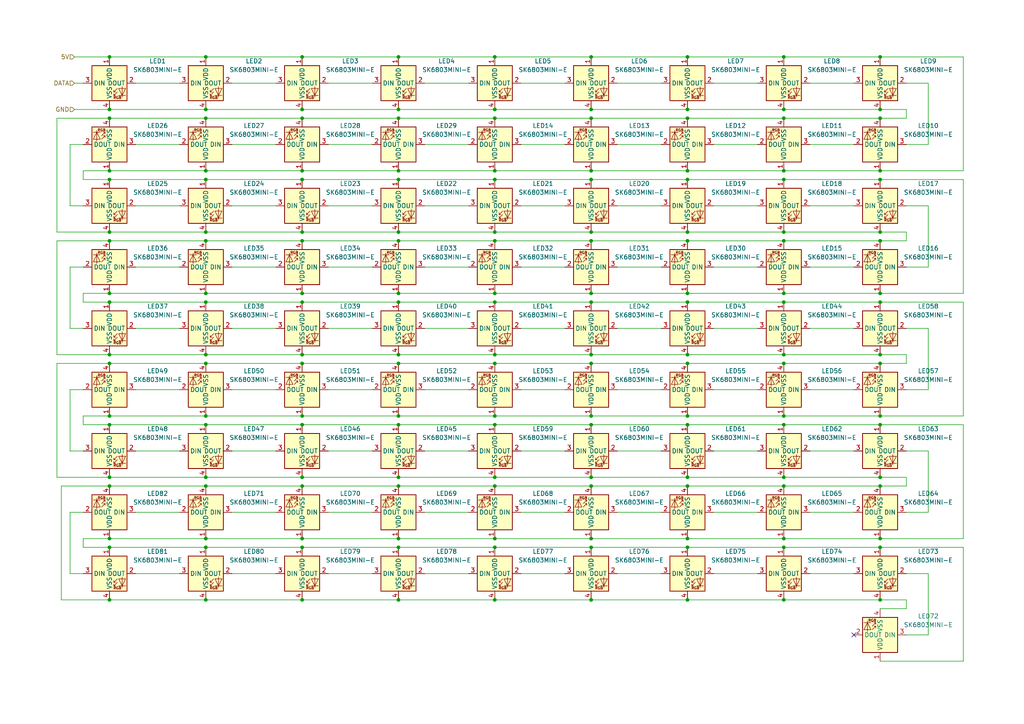
<source format=kicad_sch>
(kicad_sch (version 20250114) (generator "eeschema") (generator_version "9.0")
  (paper "A4")
  (lib_symbols
    (symbol "ggxxacpy:SK6803MINI-E"
      (property "Reference" "LED" (at 3.175 6.35 0))
      (property "Value" "SK6803MINI-E" (at 10.16 -6.985 0))
      (symbol "SK6803MINI-E_0_0"
        (text "RGB" (at 2.286 -4.191 0) (effects (font (size 0.762 0.762))))
      )
      (symbol "SK6803MINI-E_0_1"
        (rectangle (start -5.08 5.08) (end 5.08 -5.08) (stroke (width 0.254)) (fill (type background)))
        (polyline (pts (xy 1.27 -2.54) (xy 1.778 -2.54)))
        (polyline (pts (xy 1.27 -3.556) (xy 1.778 -3.556)))
        (polyline (pts (xy 2.286 -1.524) (xy 1.27 -2.54) (xy 1.27 -2.032)))
        (polyline (pts (xy 2.286 -2.54) (xy 1.27 -3.556) (xy 1.27 -3.048)))
        (polyline (pts (xy 3.683 -1.016) (xy 3.683 -3.556) (xy 3.683 -4.064)))
        (polyline (pts (xy 4.699 -1.524) (xy 2.667 -1.524) (xy 3.683 -3.556) (xy 4.699 -1.524)))
        (polyline (pts (xy 4.699 -3.556) (xy 2.667 -3.556)))
      )
      (symbol "SK6803MINI-E_1_1"
        (pin input line (at -7.62 0 0) (length 2.54) (name "DIN") (number "3"))
        (pin power_in line (at 0 7.62 270) (length 2.54) (name "VDD") (number "1"))
        (pin power_in line (at 0 -7.62 90) (length 2.54) (name "VSS") (number "4"))
        (pin output line (at 7.62 0 180) (length 2.54) (name "DOUT") (number "2"))
      )
    )
  )
  (junction (at 115.57 16.51))
  (junction (at 171.45 16.51))
  (junction (at 87.63 140.97))
  (junction (at 255.27 138.43))
  (junction (at 255.27 102.87))
  (junction (at 227.33 158.75))
  (junction (at 31.75 173.99))
  (junction (at 31.75 49.53))
  (junction (at 87.63 173.99))
  (junction (at 59.69 16.51))
  (junction (at 59.69 120.65))
  (junction (at 87.63 85.09))
  (junction (at 115.57 156.21))
  (junction (at 59.69 85.09))
  (junction (at 59.69 102.87))
  (junction (at 171.45 67.31))
  (junction (at 31.75 69.85))
  (junction (at 87.63 120.65))
  (junction (at 143.51 123.19))
  (junction (at 227.33 173.99))
  (junction (at 199.39 140.97))
  (junction (at 115.57 85.09))
  (junction (at 227.33 67.31))
  (junction (at 255.27 158.75))
  (junction (at 31.75 123.19))
  (junction (at 171.45 87.63))
  (junction (at 31.75 31.75))
  (junction (at 255.27 85.09))
  (junction (at 199.39 138.43))
  (junction (at 171.45 31.75))
  (junction (at 31.75 105.41))
  (junction (at 171.45 85.09))
  (junction (at 143.51 105.41))
  (junction (at 255.27 16.51))
  (junction (at 227.33 87.63))
  (junction (at 143.51 67.31))
  (junction (at 199.39 120.65))
  (junction (at 143.51 156.21))
  (junction (at 255.27 105.41))
  (junction (at 199.39 105.41))
  (junction (at 115.57 105.41))
  (junction (at 171.45 69.85))
  (junction (at 87.63 156.21))
  (junction (at 115.57 67.31))
  (junction (at 227.33 52.07))
  (junction (at 115.57 31.75))
  (junction (at 31.75 52.07))
  (junction (at 87.63 138.43))
  (junction (at 59.69 67.31))
  (junction (at 227.33 34.29))
  (junction (at 31.75 138.43))
  (junction (at 255.27 52.07))
  (junction (at 199.39 49.53))
  (junction (at 255.27 34.29))
  (junction (at 199.39 156.21))
  (junction (at 87.63 67.31))
  (junction (at 143.51 31.75))
  (junction (at 171.45 34.29))
  (junction (at 115.57 49.53))
  (junction (at 143.51 16.51))
  (junction (at 59.69 138.43))
  (junction (at 255.27 120.65))
  (junction (at 255.27 156.21))
  (junction (at 59.69 49.53))
  (junction (at 227.33 16.51))
  (junction (at 31.75 67.31))
  (junction (at 171.45 52.07))
  (junction (at 143.51 120.65))
  (junction (at 143.51 49.53))
  (junction (at 87.63 87.63))
  (junction (at 87.63 69.85))
  (junction (at 31.75 140.97))
  (junction (at 87.63 102.87))
  (junction (at 227.33 85.09))
  (junction (at 255.27 49.53))
  (junction (at 199.39 123.19))
  (junction (at 143.51 102.87))
  (junction (at 59.69 87.63))
  (junction (at 199.39 87.63))
  (junction (at 227.33 49.53))
  (junction (at 59.69 140.97))
  (junction (at 255.27 87.63))
  (junction (at 87.63 158.75))
  (junction (at 31.75 156.21))
  (junction (at 199.39 16.51))
  (junction (at 31.75 158.75))
  (junction (at 143.51 158.75))
  (junction (at 31.75 87.63))
  (junction (at 199.39 52.07))
  (junction (at 31.75 102.87))
  (junction (at 143.51 34.29))
  (junction (at 115.57 138.43))
  (junction (at 227.33 31.75))
  (junction (at 59.69 158.75))
  (junction (at 87.63 52.07))
  (junction (at 199.39 173.99))
  (junction (at 115.57 123.19))
  (junction (at 227.33 102.87))
  (junction (at 171.45 138.43))
  (junction (at 171.45 140.97))
  (junction (at 255.27 69.85))
  (junction (at 143.51 138.43))
  (junction (at 115.57 140.97))
  (junction (at 115.57 158.75))
  (junction (at 199.39 69.85))
  (junction (at 59.69 69.85))
  (junction (at 255.27 123.19))
  (junction (at 227.33 138.43))
  (junction (at 87.63 105.41))
  (junction (at 171.45 158.75))
  (junction (at 227.33 156.21))
  (junction (at 255.27 67.31))
  (junction (at 59.69 52.07))
  (junction (at 199.39 85.09))
  (junction (at 87.63 34.29))
  (junction (at 115.57 52.07))
  (junction (at 171.45 120.65))
  (junction (at 171.45 123.19))
  (junction (at 59.69 34.29))
  (junction (at 59.69 156.21))
  (junction (at 59.69 31.75))
  (junction (at 255.27 140.97))
  (junction (at 115.57 120.65))
  (junction (at 87.63 49.53))
  (junction (at 143.51 85.09))
  (junction (at 59.69 105.41))
  (junction (at 255.27 31.75))
  (junction (at 31.75 85.09))
  (junction (at 199.39 158.75))
  (junction (at 87.63 31.75))
  (junction (at 59.69 123.19))
  (junction (at 227.33 69.85))
  (junction (at 87.63 16.51))
  (junction (at 59.69 173.99))
  (junction (at 143.51 69.85))
  (junction (at 199.39 102.87))
  (junction (at 143.51 140.97))
  (junction (at 31.75 34.29))
  (junction (at 255.27 173.99))
  (junction (at 171.45 173.99))
  (junction (at 115.57 102.87))
  (junction (at 171.45 156.21))
  (junction (at 227.33 105.41))
  (junction (at 171.45 102.87))
  (junction (at 199.39 34.29))
  (junction (at 31.75 16.51))
  (junction (at 143.51 52.07))
  (junction (at 227.33 123.19))
  (junction (at 115.57 173.99))
  (junction (at 115.57 69.85))
  (junction (at 87.63 123.19))
  (junction (at 171.45 49.53))
  (junction (at 143.51 173.99))
  (junction (at 115.57 87.63))
  (junction (at 199.39 31.75))
  (junction (at 115.57 34.29))
  (junction (at 199.39 67.31))
  (junction (at 143.51 87.63))
  (junction (at 171.45 105.41))
  (junction (at 227.33 120.65))
  (junction (at 227.33 140.97))
  (junction (at 31.75 120.65))
  (no_connect (at 247.65 184.15))
  (wire (pts (xy 59.69 120.65) (xy 31.75 120.65)))
  (wire (pts (xy 123.19 113.03) (xy 135.89 113.03)))
  (wire (pts (xy 24.13 85.09) (xy 24.13 87.63)))
  (wire (pts (xy 171.45 102.87) (xy 199.39 102.87)))
  (wire (pts (xy 20.32 113.03) (xy 20.32 130.81)))
  (wire (pts (xy 234.95 41.91) (xy 247.65 41.91)))
  (wire (pts (xy 31.75 158.75) (xy 59.69 158.75)))
  (wire (pts (xy 179.07 59.69) (xy 191.77 59.69)))
  (wire (pts (xy 255.27 85.09) (xy 279.4 85.09)))
  (wire (pts (xy 227.33 52.07) (xy 255.27 52.07)))
  (wire (pts (xy 279.4 123.19) (xy 279.4 156.21)))
  (wire (pts (xy 59.69 158.75) (xy 87.63 158.75)))
  (wire (pts (xy 87.63 120.65) (xy 115.57 120.65)))
  (wire (pts (xy 171.45 140.97) (xy 199.39 140.97)))
  (wire (pts (xy 115.57 123.19) (xy 143.51 123.19)))
  (wire (pts (xy 143.51 85.09) (xy 115.57 85.09)))
  (wire (pts (xy 143.51 156.21) (xy 171.45 156.21)))
  (wire (pts (xy 67.31 113.03) (xy 80.01 113.03)))
  (wire (pts (xy 31.75 69.85) (xy 59.69 69.85)))
  (wire (pts (xy 171.45 87.63) (xy 199.39 87.63)))
  (wire (pts (xy 143.51 140.97) (xy 171.45 140.97)))
  (wire (pts (xy 21.59 16.51) (xy 31.75 16.51)))
  (wire (pts (xy 269.24 148.59) (xy 269.24 130.81)))
  (wire (pts (xy 87.63 120.65) (xy 59.69 120.65)))
  (wire (pts (xy 31.75 140.97) (xy 59.69 140.97)))
  (wire (pts (xy 234.95 95.25) (xy 247.65 95.25)))
  (wire (pts (xy 16.51 138.43) (xy 31.75 138.43)))
  (wire (pts (xy 24.13 87.63) (xy 31.75 87.63)))
  (wire (pts (xy 255.27 158.75) (xy 279.4 158.75)))
  (wire (pts (xy 262.89 41.91) (xy 269.24 41.91)))
  (wire (pts (xy 143.51 87.63) (xy 171.45 87.63)))
  (wire (pts (xy 87.63 105.41) (xy 115.57 105.41)))
  (wire (pts (xy 24.13 49.53) (xy 31.75 49.53)))
  (wire (pts (xy 123.19 95.25) (xy 135.89 95.25)))
  (wire (pts (xy 24.13 148.59) (xy 20.32 148.59)))
  (wire (pts (xy 255.27 140.97) (xy 262.89 140.97)))
  (wire (pts (xy 115.57 87.63) (xy 143.51 87.63)))
  (wire (pts (xy 151.13 166.37) (xy 163.83 166.37)))
  (wire (pts (xy 255.27 69.85) (xy 262.89 69.85)))
  (wire (pts (xy 87.63 156.21) (xy 59.69 156.21)))
  (wire (pts (xy 269.24 41.91) (xy 269.24 24.13)))
  (wire (pts (xy 39.37 24.13) (xy 52.07 24.13)))
  (wire (pts (xy 31.75 156.21) (xy 59.69 156.21)))
  (wire (pts (xy 255.27 31.75) (xy 262.89 31.75)))
  (wire (pts (xy 115.57 105.41) (xy 143.51 105.41)))
  (wire (pts (xy 87.63 140.97) (xy 59.69 140.97)))
  (wire (pts (xy 95.25 59.69) (xy 107.95 59.69)))
  (wire (pts (xy 123.19 148.59) (xy 135.89 148.59)))
  (wire (pts (xy 199.39 85.09) (xy 227.33 85.09)))
  (wire (pts (xy 227.33 85.09) (xy 255.27 85.09)))
  (wire (pts (xy 59.69 16.51) (xy 87.63 16.51)))
  (wire (pts (xy 171.45 123.19) (xy 199.39 123.19)))
  (wire (pts (xy 31.75 16.51) (xy 59.69 16.51)))
  (wire (pts (xy 31.75 120.65) (xy 24.13 120.65)))
  (wire (pts (xy 20.32 130.81) (xy 24.13 130.81)))
  (wire (pts (xy 207.01 130.81) (xy 219.71 130.81)))
  (wire (pts (xy 255.27 105.41) (xy 262.89 105.41)))
  (wire (pts (xy 115.57 49.53) (xy 143.51 49.53)))
  (wire (pts (xy 16.51 67.31) (xy 31.75 67.31)))
  (wire (pts (xy 227.33 140.97) (xy 255.27 140.97)))
  (wire (pts (xy 279.4 52.07) (xy 279.4 85.09)))
  (wire (pts (xy 199.39 16.51) (xy 227.33 16.51)))
  (wire (pts (xy 21.59 24.13) (xy 24.13 24.13)))
  (wire (pts (xy 227.33 67.31) (xy 255.27 67.31)))
  (wire (pts (xy 59.69 34.29) (xy 87.63 34.29)))
  (wire (pts (xy 39.37 95.25) (xy 52.07 95.25)))
  (wire (pts (xy 199.39 87.63) (xy 227.33 87.63)))
  (wire (pts (xy 143.51 31.75) (xy 171.45 31.75)))
  (wire (pts (xy 269.24 184.15) (xy 269.24 166.37)))
  (wire (pts (xy 16.51 102.87) (xy 31.75 102.87)))
  (wire (pts (xy 279.4 87.63) (xy 279.4 120.65)))
  (wire (pts (xy 115.57 173.99) (xy 143.51 173.99)))
  (wire (pts (xy 207.01 77.47) (xy 219.71 77.47)))
  (wire (pts (xy 269.24 59.69) (xy 262.89 59.69)))
  (wire (pts (xy 143.51 69.85) (xy 171.45 69.85)))
  (wire (pts (xy 115.57 138.43) (xy 143.51 138.43)))
  (wire (pts (xy 143.51 140.97) (xy 115.57 140.97)))
  (wire (pts (xy 20.32 95.25) (xy 24.13 95.25)))
  (wire (pts (xy 87.63 31.75) (xy 115.57 31.75)))
  (wire (pts (xy 39.37 59.69) (xy 52.07 59.69)))
  (wire (pts (xy 262.89 31.75) (xy 262.89 34.29)))
  (wire (pts (xy 227.33 158.75) (xy 255.27 158.75)))
  (wire (pts (xy 171.45 67.31) (xy 199.39 67.31)))
  (wire (pts (xy 255.27 156.21) (xy 279.4 156.21)))
  (wire (pts (xy 234.95 148.59) (xy 247.65 148.59)))
  (wire (pts (xy 262.89 138.43) (xy 262.89 140.97)))
  (wire (pts (xy 143.51 102.87) (xy 171.45 102.87)))
  (wire (pts (xy 199.39 158.75) (xy 227.33 158.75)))
  (wire (pts (xy 59.69 102.87) (xy 87.63 102.87)))
  (wire (pts (xy 227.33 34.29) (xy 255.27 34.29)))
  (wire (pts (xy 123.19 59.69) (xy 135.89 59.69)))
  (wire (pts (xy 255.27 34.29) (xy 262.89 34.29)))
  (wire (pts (xy 20.32 59.69) (xy 24.13 59.69)))
  (wire (pts (xy 199.39 138.43) (xy 227.33 138.43)))
  (wire (pts (xy 143.51 85.09) (xy 171.45 85.09)))
  (wire (pts (xy 39.37 41.91) (xy 52.07 41.91)))
  (wire (pts (xy 17.78 140.97) (xy 17.78 173.99)))
  (wire (pts (xy 199.39 123.19) (xy 227.33 123.19)))
  (wire (pts (xy 59.69 123.19) (xy 87.63 123.19)))
  (wire (pts (xy 87.63 85.09) (xy 115.57 85.09)))
  (wire (pts (xy 87.63 138.43) (xy 115.57 138.43)))
  (wire (pts (xy 234.95 130.81) (xy 247.65 130.81)))
  (wire (pts (xy 255.27 52.07) (xy 279.4 52.07)))
  (wire (pts (xy 143.51 173.99) (xy 171.45 173.99)))
  (wire (pts (xy 199.39 52.07) (xy 227.33 52.07)))
  (wire (pts (xy 59.69 67.31) (xy 87.63 67.31)))
  (wire (pts (xy 143.51 34.29) (xy 171.45 34.29)))
  (wire (pts (xy 262.89 102.87) (xy 262.89 105.41)))
  (wire (pts (xy 31.75 105.41) (xy 16.51 105.41)))
  (wire (pts (xy 67.31 24.13) (xy 80.01 24.13)))
  (wire (pts (xy 269.24 166.37) (xy 262.89 166.37)))
  (wire (pts (xy 115.57 120.65) (xy 143.51 120.65)))
  (wire (pts (xy 269.24 113.03) (xy 269.24 95.25)))
  (wire (pts (xy 262.89 173.99) (xy 262.89 176.53)))
  (wire (pts (xy 87.63 123.19) (xy 115.57 123.19)))
  (wire (pts (xy 279.4 16.51) (xy 279.4 49.53)))
  (wire (pts (xy 17.78 173.99) (xy 31.75 173.99)))
  (wire (pts (xy 16.51 69.85) (xy 31.75 69.85)))
  (wire (pts (xy 39.37 77.47) (xy 52.07 77.47)))
  (wire (pts (xy 143.51 49.53) (xy 171.45 49.53)))
  (wire (pts (xy 207.01 166.37) (xy 219.71 166.37)))
  (wire (pts (xy 262.89 148.59) (xy 269.24 148.59)))
  (wire (pts (xy 227.33 105.41) (xy 255.27 105.41)))
  (wire (pts (xy 255.27 67.31) (xy 262.89 67.31)))
  (wire (pts (xy 16.51 105.41) (xy 16.51 138.43)))
  (wire (pts (xy 67.31 166.37) (xy 80.01 166.37)))
  (wire (pts (xy 171.45 173.99) (xy 199.39 173.99)))
  (wire (pts (xy 115.57 67.31) (xy 143.51 67.31)))
  (wire (pts (xy 171.45 52.07) (xy 199.39 52.07)))
  (wire (pts (xy 87.63 87.63) (xy 115.57 87.63)))
  (wire (pts (xy 269.24 130.81) (xy 262.89 130.81)))
  (wire (pts (xy 171.45 31.75) (xy 199.39 31.75)))
  (wire (pts (xy 123.19 130.81) (xy 135.89 130.81)))
  (wire (pts (xy 24.13 41.91) (xy 20.32 41.91)))
  (wire (pts (xy 207.01 59.69) (xy 219.71 59.69)))
  (wire (pts (xy 151.13 77.47) (xy 163.83 77.47)))
  (wire (pts (xy 24.13 156.21) (xy 24.13 158.75)))
  (wire (pts (xy 123.19 77.47) (xy 135.89 77.47)))
  (wire (pts (xy 171.45 34.29) (xy 199.39 34.29)))
  (wire (pts (xy 24.13 123.19) (xy 31.75 123.19)))
  (wire (pts (xy 227.33 16.51) (xy 255.27 16.51)))
  (wire (pts (xy 20.32 148.59) (xy 20.32 166.37)))
  (wire (pts (xy 171.45 138.43) (xy 199.39 138.43)))
  (wire (pts (xy 227.33 120.65) (xy 255.27 120.65)))
  (wire (pts (xy 199.39 102.87) (xy 227.33 102.87)))
  (wire (pts (xy 59.69 87.63) (xy 87.63 87.63)))
  (wire (pts (xy 123.19 41.91) (xy 135.89 41.91)))
  (wire (pts (xy 67.31 77.47) (xy 80.01 77.47)))
  (wire (pts (xy 31.75 85.09) (xy 59.69 85.09)))
  (wire (pts (xy 269.24 24.13) (xy 262.89 24.13)))
  (wire (pts (xy 31.75 87.63) (xy 59.69 87.63)))
  (wire (pts (xy 171.45 105.41) (xy 199.39 105.41)))
  (wire (pts (xy 179.07 41.91) (xy 191.77 41.91)))
  (wire (pts (xy 87.63 102.87) (xy 115.57 102.87)))
  (wire (pts (xy 24.13 77.47) (xy 20.32 77.47)))
  (wire (pts (xy 255.27 138.43) (xy 262.89 138.43)))
  (wire (pts (xy 24.13 52.07) (xy 31.75 52.07)))
  (wire (pts (xy 171.45 156.21) (xy 199.39 156.21)))
  (wire (pts (xy 87.63 16.51) (xy 115.57 16.51)))
  (wire (pts (xy 207.01 95.25) (xy 219.71 95.25)))
  (wire (pts (xy 20.32 166.37) (xy 24.13 166.37)))
  (wire (pts (xy 143.51 138.43) (xy 171.45 138.43)))
  (wire (pts (xy 234.95 113.03) (xy 247.65 113.03)))
  (wire (pts (xy 234.95 166.37) (xy 247.65 166.37)))
  (wire (pts (xy 269.24 77.47) (xy 269.24 59.69)))
  (wire (pts (xy 17.78 140.97) (xy 31.75 140.97)))
  (wire (pts (xy 227.33 87.63) (xy 255.27 87.63)))
  (wire (pts (xy 199.39 67.31) (xy 227.33 67.31)))
  (wire (pts (xy 255.27 102.87) (xy 262.89 102.87)))
  (wire (pts (xy 151.13 95.25) (xy 163.83 95.25)))
  (wire (pts (xy 151.13 113.03) (xy 163.83 113.03)))
  (wire (pts (xy 179.07 166.37) (xy 191.77 166.37)))
  (wire (pts (xy 59.69 138.43) (xy 87.63 138.43)))
  (wire (pts (xy 227.33 156.21) (xy 255.27 156.21)))
  (wire (pts (xy 24.13 158.75) (xy 31.75 158.75)))
  (wire (pts (xy 199.39 34.29) (xy 227.33 34.29)))
  (wire (pts (xy 39.37 166.37) (xy 52.07 166.37)))
  (wire (pts (xy 179.07 148.59) (xy 191.77 148.59)))
  (wire (pts (xy 255.27 16.51) (xy 279.4 16.51)))
  (wire (pts (xy 115.57 52.07) (xy 143.51 52.07)))
  (wire (pts (xy 95.25 166.37) (xy 107.95 166.37)))
  (wire (pts (xy 171.45 69.85) (xy 199.39 69.85)))
  (wire (pts (xy 151.13 130.81) (xy 163.83 130.81)))
  (wire (pts (xy 31.75 102.87) (xy 59.69 102.87)))
  (wire (pts (xy 95.25 130.81) (xy 107.95 130.81)))
  (wire (pts (xy 24.13 49.53) (xy 24.13 52.07)))
  (wire (pts (xy 227.33 102.87) (xy 255.27 102.87)))
  (wire (pts (xy 59.69 52.07) (xy 87.63 52.07)))
  (wire (pts (xy 151.13 148.59) (xy 163.83 148.59)))
  (wire (pts (xy 31.75 123.19) (xy 59.69 123.19)))
  (wire (pts (xy 59.69 49.53) (xy 87.63 49.53)))
  (wire (pts (xy 59.69 85.09) (xy 87.63 85.09)))
  (wire (pts (xy 95.25 41.91) (xy 107.95 41.91)))
  (wire (pts (xy 31.75 173.99) (xy 59.69 173.99)))
  (wire (pts (xy 255.27 120.65) (xy 279.4 120.65)))
  (wire (pts (xy 20.32 77.47) (xy 20.32 95.25)))
  (wire (pts (xy 199.39 156.21) (xy 227.33 156.21)))
  (wire (pts (xy 234.95 24.13) (xy 247.65 24.13)))
  (wire (pts (xy 227.33 173.99) (xy 255.27 173.99)))
  (wire (pts (xy 234.95 77.47) (xy 247.65 77.47)))
  (wire (pts (xy 207.01 148.59) (xy 219.71 148.59)))
  (wire (pts (xy 143.51 105.41) (xy 171.45 105.41)))
  (wire (pts (xy 179.07 95.25) (xy 191.77 95.25)))
  (wire (pts (xy 262.89 77.47) (xy 269.24 77.47)))
  (wire (pts (xy 16.51 34.29) (xy 16.51 67.31)))
  (wire (pts (xy 151.13 41.91) (xy 163.83 41.91)))
  (wire (pts (xy 115.57 16.51) (xy 143.51 16.51)))
  (wire (pts (xy 95.25 77.47) (xy 107.95 77.47)))
  (wire (pts (xy 123.19 24.13) (xy 135.89 24.13)))
  (wire (pts (xy 227.33 49.53) (xy 255.27 49.53)))
  (wire (pts (xy 95.25 95.25) (xy 107.95 95.25)))
  (wire (pts (xy 199.39 49.53) (xy 227.33 49.53)))
  (wire (pts (xy 227.33 123.19) (xy 255.27 123.19)))
  (wire (pts (xy 87.63 67.31) (xy 115.57 67.31)))
  (wire (pts (xy 87.63 105.41) (xy 59.69 105.41)))
  (wire (pts (xy 171.45 120.65) (xy 199.39 120.65)))
  (wire (pts (xy 199.39 140.97) (xy 227.33 140.97)))
  (wire (pts (xy 31.75 52.07) (xy 59.69 52.07)))
  (wire (pts (xy 255.27 173.99) (xy 262.89 173.99)))
  (wire (pts (xy 87.63 173.99) (xy 115.57 173.99)))
  (wire (pts (xy 143.51 69.85) (xy 115.57 69.85)))
  (wire (pts (xy 179.07 77.47) (xy 191.77 77.47)))
  (wire (pts (xy 171.45 16.51) (xy 199.39 16.51)))
  (wire (pts (xy 255.27 123.19) (xy 279.4 123.19)))
  (wire (pts (xy 199.39 69.85) (xy 227.33 69.85)))
  (wire (pts (xy 31.75 67.31) (xy 59.69 67.31)))
  (wire (pts (xy 255.27 49.53) (xy 279.4 49.53)))
  (wire (pts (xy 171.45 49.53) (xy 199.39 49.53)))
  (wire (pts (xy 59.69 173.99) (xy 87.63 173.99)))
  (wire (pts (xy 207.01 24.13) (xy 219.71 24.13)))
  (wire (pts (xy 143.51 123.19) (xy 171.45 123.19)))
  (wire (pts (xy 227.33 138.43) (xy 255.27 138.43)))
  (wire (pts (xy 179.07 24.13) (xy 191.77 24.13)))
  (wire (pts (xy 207.01 113.03) (xy 219.71 113.03)))
  (wire (pts (xy 279.4 191.77) (xy 255.27 191.77)))
  (wire (pts (xy 31.75 31.75) (xy 59.69 31.75)))
  (wire (pts (xy 227.33 31.75) (xy 255.27 31.75)))
  (wire (pts (xy 143.51 52.07) (xy 171.45 52.07)))
  (wire (pts (xy 199.39 173.99) (xy 227.33 173.99)))
  (wire (pts (xy 24.13 85.09) (xy 31.75 85.09)))
  (wire (pts (xy 16.51 34.29) (xy 31.75 34.29)))
  (wire (pts (xy 199.39 120.65) (xy 227.33 120.65)))
  (wire (pts (xy 115.57 158.75) (xy 143.51 158.75)))
  (wire (pts (xy 143.51 120.65) (xy 171.45 120.65)))
  (wire (pts (xy 143.51 67.31) (xy 171.45 67.31)))
  (wire (pts (xy 16.51 69.85) (xy 16.51 102.87)))
  (wire (pts (xy 115.57 31.75) (xy 143.51 31.75)))
  (wire (pts (xy 67.31 148.59) (xy 80.01 148.59)))
  (wire (pts (xy 24.13 120.65) (xy 24.13 123.19)))
  (wire (pts (xy 179.07 130.81) (xy 191.77 130.81)))
  (wire (pts (xy 115.57 140.97) (xy 87.63 140.97)))
  (wire (pts (xy 39.37 148.59) (xy 52.07 148.59)))
  (wire (pts (xy 24.13 113.03) (xy 20.32 113.03)))
  (wire (pts (xy 95.25 24.13) (xy 107.95 24.13)))
  (wire (pts (xy 39.37 130.81) (xy 52.07 130.81)))
  (wire (pts (xy 279.4 158.75) (xy 279.4 191.77)))
  (wire (pts (xy 255.27 87.63) (xy 279.4 87.63)))
  (wire (pts (xy 87.63 69.85) (xy 115.57 69.85)))
  (wire (pts (xy 87.63 34.29) (xy 115.57 34.29)))
  (wire (pts (xy 95.25 113.03) (xy 107.95 113.03)))
  (wire (pts (xy 67.31 41.91) (xy 80.01 41.91)))
  (wire (pts (xy 39.37 113.03) (xy 52.07 113.03)))
  (wire (pts (xy 179.07 113.03) (xy 191.77 113.03)))
  (wire (pts (xy 143.51 16.51) (xy 171.45 16.51)))
  (wire (pts (xy 95.25 148.59) (xy 107.95 148.59)))
  (wire (pts (xy 269.24 95.25) (xy 262.89 95.25)))
  (wire (pts (xy 123.19 166.37) (xy 135.89 166.37)))
  (wire (pts (xy 67.31 59.69) (xy 80.01 59.69)))
  (wire (pts (xy 59.69 31.75) (xy 87.63 31.75)))
  (wire (pts (xy 171.45 85.09) (xy 199.39 85.09)))
  (wire (pts (xy 31.75 34.29) (xy 59.69 34.29)))
  (wire (pts (xy 234.95 59.69) (xy 247.65 59.69)))
  (wire (pts (xy 21.59 31.75) (xy 31.75 31.75)))
  (wire (pts (xy 87.63 52.07) (xy 115.57 52.07)))
  (wire (pts (xy 115.57 102.87) (xy 143.51 102.87)))
  (wire (pts (xy 115.57 156.21) (xy 87.63 156.21)))
  (wire (pts (xy 143.51 158.75) (xy 171.45 158.75)))
  (wire (pts (xy 207.01 41.91) (xy 219.71 41.91)))
  (wire (pts (xy 31.75 138.43) (xy 59.69 138.43)))
  (wire (pts (xy 67.31 95.25) (xy 80.01 95.25)))
  (wire (pts (xy 59.69 69.85) (xy 87.63 69.85)))
  (wire (pts (xy 87.63 158.75) (xy 115.57 158.75)))
  (wire (pts (xy 262.89 184.15) (xy 269.24 184.15)))
  (wire (pts (xy 227.33 69.85) (xy 255.27 69.85)))
  (wire (pts (xy 262.89 176.53) (xy 255.27 176.53)))
  (wire (pts (xy 151.13 24.13) (xy 163.83 24.13)))
  (wire (pts (xy 199.39 31.75) (xy 227.33 31.75)))
  (wire (pts (xy 262.89 113.03) (xy 269.24 113.03)))
  (wire (pts (xy 20.32 41.91) (xy 20.32 59.69)))
  (wire (pts (xy 199.39 105.41) (xy 227.33 105.41)))
  (wire (pts (xy 24.13 156.21) (xy 31.75 156.21)))
  (wire (pts (xy 171.45 158.75) (xy 199.39 158.75)))
  (wire (pts (xy 151.13 59.69) (xy 163.83 59.69)))
  (wire (pts (xy 67.31 130.81) (xy 80.01 130.81)))
  (wire (pts (xy 143.51 156.21) (xy 115.57 156.21)))
  (wire (pts (xy 115.57 34.29) (xy 143.51 34.29)))
  (wire (pts (xy 59.69 105.41) (xy 31.75 105.41)))
  (wire (pts (xy 31.75 49.53) (xy 59.69 49.53)))
  (wire (pts (xy 87.63 49.53) (xy 115.57 49.53)))
  (wire (pts (xy 262.89 67.31) (xy 262.89 69.85)))
  (hierarchical_label "GND" (shape input) (at 21.59 31.75 180))
  (hierarchical_label "DATA" (shape input) (at 21.59 24.13 180))
  (hierarchical_label "5V" (shape input) (at 21.59 16.51 180))
  (symbol (lib_id "ggxxacpy:SK6803MINI-E") (at 59.69 113.03 180) (unit 1)
    (property "Reference" "LED50" (at 73.66 107.5846 0))
    (property "Value" "SK6803MINI-E" (at 73.66 110.1246 0))
    (property "Footprint" "Footprints:LED" (effects (hide yes)))
    (property "Description" "Reverse mount adressable LED (WS2812 protocol)" (effects (hide yes)))
  )
  (symbol (lib_id "ggxxacpy:SK6803MINI-E") (at 171.45 77.47 180) (unit 1)
    (property "Reference" "LED31" (at 185.42 72.0246 0))
    (property "Value" "SK6803MINI-E" (at 185.42 74.5646 0))
    (property "Footprint" "Footprints:LED" (effects (hide yes)))
    (property "Description" "Reverse mount adressable LED (WS2812 protocol)" (effects (hide yes)))
  )
  (symbol (lib_id "ggxxacpy:SK6803MINI-E") (at 199.39 59.69 0) (unit 1)
    (property "Reference" "LED19" (at 213.36 53.2698 0))
    (property "Value" "SK6803MINI-E" (at 213.36 55.8098 0))
    (property "Footprint" "Footprints:LED" (effects (hide yes)))
    (property "Description" "Reverse mount adressable LED (WS2812 protocol)" (effects (hide yes)))
  )
  (symbol (lib_id "ggxxacpy:SK6803MINI-E") (at 143.51 113.03 180) (unit 1)
    (property "Reference" "LED53" (at 157.48 107.5846 0))
    (property "Value" "SK6803MINI-E" (at 157.48 110.1246 0))
    (property "Footprint" "Footprints:LED" (effects (hide yes)))
    (property "Description" "Reverse mount adressable LED (WS2812 protocol)" (effects (hide yes)))
  )
  (symbol (lib_id "ggxxacpy:SK6803MINI-E") (at 59.69 59.69 0) (unit 1)
    (property "Reference" "LED24" (at 73.66 53.2698 0))
    (property "Value" "SK6803MINI-E" (at 73.66 55.8098 0))
    (property "Footprint" "Footprints:LED" (effects (hide yes)))
    (property "Description" "Reverse mount adressable LED (WS2812 protocol)" (effects (hide yes)))
  )
  (symbol (lib_id "ggxxacpy:SK6803MINI-E") (at 59.69 130.81 0) (unit 1)
    (property "Reference" "LED47" (at 73.66 124.3898 0))
    (property "Value" "SK6803MINI-E" (at 73.66 126.9298 0))
    (property "Footprint" "Footprints:LED" (effects (hide yes)))
    (property "Description" "Reverse mount adressable LED (WS2812 protocol)" (effects (hide yes)))
  )
  (symbol (lib_id "ggxxacpy:SK6803MINI-E") (at 255.27 59.69 0) (unit 1)
    (property "Reference" "LED17" (at 269.24 53.2698 0))
    (property "Value" "SK6803MINI-E" (at 269.24 55.8098 0))
    (property "Footprint" "Footprints:LED" (effects (hide yes)))
    (property "Description" "Reverse mount adressable LED (WS2812 protocol)" (effects (hide yes)))
  )
  (symbol (lib_id "ggxxacpy:SK6803MINI-E") (at 59.69 77.47 180) (unit 1)
    (property "Reference" "LED35" (at 73.66 72.0246 0))
    (property "Value" "SK6803MINI-E" (at 73.66 74.5646 0))
    (property "Footprint" "Footprints:LED" (effects (hide yes)))
    (property "Description" "Reverse mount adressable LED (WS2812 protocol)" (effects (hide yes)))
  )
  (symbol (lib_id "ggxxacpy:SK6803MINI-E") (at 199.39 148.59 180) (unit 1)
    (property "Reference" "LED66" (at 213.36 143.1446 0))
    (property "Value" "SK6803MINI-E" (at 213.36 145.6846 0))
    (property "Footprint" "Footprints:LED" (effects (hide yes)))
    (property "Description" "Reverse mount adressable LED (WS2812 protocol)" (effects (hide yes)))
  )
  (symbol (lib_id "ggxxacpy:SK6803MINI-E") (at 199.39 113.03 180) (unit 1)
    (property "Reference" "LED55" (at 213.36 107.5846 0))
    (property "Value" "SK6803MINI-E" (at 213.36 110.1246 0))
    (property "Footprint" "Footprints:LED" (effects (hide yes)))
    (property "Description" "Reverse mount adressable LED (WS2812 protocol)" (effects (hide yes)))
  )
  (symbol (lib_id "ggxxacpy:SK6803MINI-E") (at 143.51 130.81 0) (unit 1)
    (property "Reference" "LED59" (at 157.48 124.3898 0))
    (property "Value" "SK6803MINI-E" (at 157.48 126.9298 0))
    (property "Footprint" "Footprints:LED" (effects (hide yes)))
    (property "Description" "Reverse mount adressable LED (WS2812 protocol)" (effects (hide yes)))
  )
  (symbol (lib_id "ggxxacpy:SK6803MINI-E") (at 87.63 166.37 0) (unit 1)
    (property "Reference" "LED79" (at 101.6 159.9498 0))
    (property "Value" "SK6803MINI-E" (at 101.6 162.4898 0))
    (property "Footprint" "Footprints:LED" (effects (hide yes)))
    (property "Description" "Reverse mount adressable LED (WS2812 protocol)" (effects (hide yes)))
  )
  (symbol (lib_id "ggxxacpy:SK6803MINI-E") (at 227.33 130.81 0) (unit 1)
    (property "Reference" "LED62" (at 241.3 124.3898 0))
    (property "Value" "SK6803MINI-E" (at 241.3 126.9298 0))
    (property "Footprint" "Footprints:LED" (effects (hide yes)))
    (property "Description" "Reverse mount adressable LED (WS2812 protocol)" (effects (hide yes)))
  )
  (symbol (lib_id "ggxxacpy:SK6803MINI-E") (at 59.69 41.91 180) (unit 1)
    (property "Reference" "LED27" (at 73.66 36.4646 0))
    (property "Value" "SK6803MINI-E" (at 73.66 39.0046 0))
    (property "Footprint" "Footprints:LED" (effects (hide yes)))
    (property "Description" "Reverse mount adressable LED (WS2812 protocol)" (effects (hide yes)))
  )
  (symbol (lib_id "ggxxacpy:SK6803MINI-E") (at 171.45 130.81 0) (unit 1)
    (property "Reference" "LED60" (at 185.42 124.3898 0))
    (property "Value" "SK6803MINI-E" (at 185.42 126.9298 0))
    (property "Footprint" "Footprints:LED" (effects (hide yes)))
    (property "Description" "Reverse mount adressable LED (WS2812 protocol)" (effects (hide yes)))
  )
  (symbol (lib_id "ggxxacpy:SK6803MINI-E") (at 143.51 59.69 0) (unit 1)
    (property "Reference" "LED21" (at 157.48 53.2698 0))
    (property "Value" "SK6803MINI-E" (at 157.48 55.8098 0))
    (property "Footprint" "Footprints:LED" (effects (hide yes)))
    (property "Description" "Reverse mount adressable LED (WS2812 protocol)" (effects (hide yes)))
  )
  (symbol (lib_id "ggxxacpy:SK6803MINI-E") (at 199.39 166.37 0) (unit 1)
    (property "Reference" "LED75" (at 213.36 159.9498 0))
    (property "Value" "SK6803MINI-E" (at 213.36 162.4898 0))
    (property "Footprint" "Footprints:LED" (effects (hide yes)))
    (property "Description" "Reverse mount adressable LED (WS2812 protocol)" (effects (hide yes)))
  )
  (symbol (lib_id "ggxxacpy:SK6803MINI-E") (at 171.45 59.69 0) (unit 1)
    (property "Reference" "LED20" (at 185.42 53.2698 0))
    (property "Value" "SK6803MINI-E" (at 185.42 55.8098 0))
    (property "Footprint" "Footprints:LED" (effects (hide yes)))
    (property "Description" "Reverse mount adressable LED (WS2812 protocol)" (effects (hide yes)))
  )
  (symbol (lib_id "ggxxacpy:SK6803MINI-E") (at 31.75 95.25 0) (unit 1)
    (property "Reference" "LED37" (at 45.72 88.8298 0))
    (property "Value" "SK6803MINI-E" (at 45.72 91.3698 0))
    (property "Footprint" "Footprints:LED" (effects (hide yes)))
    (property "Description" "Reverse mount adressable LED (WS2812 protocol)" (effects (hide yes)))
  )
  (symbol (lib_id "ggxxacpy:SK6803MINI-E") (at 227.33 59.69 0) (unit 1)
    (property "Reference" "LED18" (at 241.3 53.2698 0))
    (property "Value" "SK6803MINI-E" (at 241.3 55.8098 0))
    (property "Footprint" "Footprints:LED" (effects (hide yes)))
    (property "Description" "Reverse mount adressable LED (WS2812 protocol)" (effects (hide yes)))
  )
  (symbol (lib_id "ggxxacpy:SK6803MINI-E") (at 59.69 24.13 0) (unit 1)
    (property "Reference" "LED2" (at 73.66 17.7098 0))
    (property "Value" "SK6803MINI-E" (at 73.66 20.2498 0))
    (property "Footprint" "Footprints:LED" (effects (hide yes)))
    (property "Description" "Reverse mount adressable LED (WS2812 protocol)" (effects (hide yes)))
  )
  (symbol (lib_id "ggxxacpy:SK6803MINI-E") (at 227.33 113.03 180) (unit 1)
    (property "Reference" "LED56" (at 241.3 107.5846 0))
    (property "Value" "SK6803MINI-E" (at 241.3 110.1246 0))
    (property "Footprint" "Footprints:LED" (effects (hide yes)))
    (property "Description" "Reverse mount adressable LED (WS2812 protocol)" (effects (hide yes)))
  )
  (symbol (lib_id "ggxxacpy:SK6803MINI-E") (at 115.57 59.69 0) (unit 1)
    (property "Reference" "LED22" (at 129.54 53.2698 0))
    (property "Value" "SK6803MINI-E" (at 129.54 55.8098 0))
    (property "Footprint" "Footprints:LED" (effects (hide yes)))
    (property "Description" "Reverse mount adressable LED (WS2812 protocol)" (effects (hide yes)))
  )
  (symbol (lib_id "ggxxacpy:SK6803MINI-E") (at 171.45 166.37 0) (unit 1)
    (property "Reference" "LED76" (at 185.42 159.9498 0))
    (property "Value" "SK6803MINI-E" (at 185.42 162.4898 0))
    (property "Footprint" "Footprints:LED" (effects (hide yes)))
    (property "Description" "Reverse mount adressable LED (WS2812 protocol)" (effects (hide yes)))
  )
  (symbol (lib_id "ggxxacpy:SK6803MINI-E") (at 143.51 95.25 0) (unit 1)
    (property "Reference" "LED41" (at 157.48 88.8298 0))
    (property "Value" "SK6803MINI-E" (at 157.48 91.3698 0))
    (property "Footprint" "Footprints:LED" (effects (hide yes)))
    (property "Description" "Reverse mount adressable LED (WS2812 protocol)" (effects (hide yes)))
  )
  (symbol (lib_id "ggxxacpy:SK6803MINI-E") (at 115.57 148.59 180) (unit 1)
    (property "Reference" "LED69" (at 129.54 143.1446 0))
    (property "Value" "SK6803MINI-E" (at 129.54 145.6846 0))
    (property "Footprint" "Footprints:LED" (effects (hide yes)))
    (property "Description" "Reverse mount adressable LED (WS2812 protocol)" (effects (hide yes)))
  )
  (symbol (lib_id "ggxxacpy:SK6803MINI-E") (at 87.63 95.25 0) (unit 1)
    (property "Reference" "LED39" (at 101.6 88.8298 0))
    (property "Value" "SK6803MINI-E" (at 101.6 91.3698 0))
    (property "Footprint" "Footprints:LED" (effects (hide yes)))
    (property "Description" "Reverse mount adressable LED (WS2812 protocol)" (effects (hide yes)))
  )
  (symbol (lib_id "ggxxacpy:SK6803MINI-E") (at 143.51 24.13 0) (unit 1)
    (property "Reference" "LED5" (at 157.48 17.7098 0))
    (property "Value" "SK6803MINI-E" (at 157.48 20.2498 0))
    (property "Footprint" "Footprints:LED" (effects (hide yes)))
    (property "Description" "Reverse mount adressable LED (WS2812 protocol)" (effects (hide yes)))
  )
  (symbol (lib_id "ggxxacpy:SK6803MINI-E") (at 143.51 148.59 180) (unit 1)
    (property "Reference" "LED68" (at 157.48 143.1446 0))
    (property "Value" "SK6803MINI-E" (at 157.48 145.6846 0))
    (property "Footprint" "Footprints:LED" (effects (hide yes)))
    (property "Description" "Reverse mount adressable LED (WS2812 protocol)" (effects (hide yes)))
  )
  (symbol (lib_id "ggxxacpy:SK6803MINI-E") (at 115.57 95.25 0) (unit 1)
    (property "Reference" "LED40" (at 129.54 88.8298 0))
    (property "Value" "SK6803MINI-E" (at 129.54 91.3698 0))
    (property "Footprint" "Footprints:LED" (effects (hide yes)))
    (property "Description" "Reverse mount adressable LED (WS2812 protocol)" (effects (hide yes)))
  )
  (symbol (lib_id "ggxxacpy:SK6803MINI-E") (at 87.63 24.13 0) (unit 1)
    (property "Reference" "LED3" (at 101.6 17.7098 0))
    (property "Value" "SK6803MINI-E" (at 101.6 20.2498 0))
    (property "Footprint" "Footprints:LED" (effects (hide yes)))
    (property "Description" "Reverse mount adressable LED (WS2812 protocol)" (effects (hide yes)))
  )
  (symbol (lib_id "ggxxacpy:SK6803MINI-E") (at 255.27 130.81 0) (unit 1)
    (property "Reference" "LED63" (at 269.24 124.3898 0))
    (property "Value" "SK6803MINI-E" (at 269.24 126.9298 0))
    (property "Footprint" "Footprints:LED" (effects (hide yes)))
    (property "Description" "Reverse mount adressable LED (WS2812 protocol)" (effects (hide yes)))
  )
  (symbol (lib_id "ggxxacpy:SK6803MINI-E") (at 199.39 77.47 180) (unit 1)
    (property "Reference" "LED30" (at 213.36 72.0246 0))
    (property "Value" "SK6803MINI-E" (at 213.36 74.5646 0))
    (property "Footprint" "Footprints:LED" (effects (hide yes)))
    (property "Description" "Reverse mount adressable LED (WS2812 protocol)" (effects (hide yes)))
  )
  (symbol (lib_id "ggxxacpy:SK6803MINI-E") (at 227.33 95.25 0) (unit 1)
    (property "Reference" "LED44" (at 241.3 88.8298 0))
    (property "Value" "SK6803MINI-E" (at 241.3 91.3698 0))
    (property "Footprint" "Footprints:LED" (effects (hide yes)))
    (property "Description" "Reverse mount adressable LED (WS2812 protocol)" (effects (hide yes)))
  )
  (symbol (lib_id "ggxxacpy:SK6803MINI-E") (at 31.75 166.37 0) (unit 1)
    (property "Reference" "LED81" (at 45.72 159.9498 0))
    (property "Value" "SK6803MINI-E" (at 45.72 162.4898 0))
    (property "Footprint" "Footprints:LED" (effects (hide yes)))
    (property "Description" "Reverse mount adressable LED (WS2812 protocol)" (effects (hide yes)))
  )
  (symbol (lib_id "ggxxacpy:SK6803MINI-E") (at 115.57 113.03 180) (unit 1)
    (property "Reference" "LED52" (at 129.54 107.5846 0))
    (property "Value" "SK6803MINI-E" (at 129.54 110.1246 0))
    (property "Footprint" "Footprints:LED" (effects (hide yes)))
    (property "Description" "Reverse mount adressable LED (WS2812 protocol)" (effects (hide yes)))
  )
  (symbol (lib_id "ggxxacpy:SK6803MINI-E") (at 171.45 148.59 180) (unit 1)
    (property "Reference" "LED67" (at 185.42 143.1446 0))
    (property "Value" "SK6803MINI-E" (at 185.42 145.6846 0))
    (property "Footprint" "Footprints:LED" (effects (hide yes)))
    (property "Description" "Reverse mount adressable LED (WS2812 protocol)" (effects (hide yes)))
  )
  (symbol (lib_id "ggxxacpy:SK6803MINI-E") (at 227.33 24.13 0) (unit 1)
    (property "Reference" "LED8" (at 241.3 17.7098 0))
    (property "Value" "SK6803MINI-E" (at 241.3 20.2498 0))
    (property "Footprint" "Footprints:LED" (effects (hide yes)))
    (property "Description" "Reverse mount adressable LED (WS2812 protocol)" (effects (hide yes)))
  )
  (symbol (lib_id "ggxxacpy:SK6803MINI-E") (at 31.75 41.91 180) (unit 1)
    (property "Reference" "LED26" (at 45.72 36.4646 0))
    (property "Value" "SK6803MINI-E" (at 45.72 39.0046 0))
    (property "Footprint" "Footprints:LED" (effects (hide yes)))
    (property "Description" "Reverse mount adressable LED (WS2812 protocol)" (effects (hide yes)))
  )
  (symbol (lib_id "ggxxacpy:SK6803MINI-E") (at 171.45 24.13 0) (unit 1)
    (property "Reference" "LED6" (at 185.42 17.7098 0))
    (property "Value" "SK6803MINI-E" (at 185.42 20.2498 0))
    (property "Footprint" "Footprints:LED" (effects (hide yes)))
    (property "Description" "Reverse mount adressable LED (WS2812 protocol)" (effects (hide yes)))
  )
  (symbol (lib_id "ggxxacpy:SK6803MINI-E") (at 87.63 41.91 180) (unit 1)
    (property "Reference" "LED28" (at 101.6 36.4646 0))
    (property "Value" "SK6803MINI-E" (at 101.6 39.0046 0))
    (property "Footprint" "Footprints:LED" (effects (hide yes)))
    (property "Description" "Reverse mount adressable LED (WS2812 protocol)" (effects (hide yes)))
  )
  (symbol (lib_id "ggxxacpy:SK6803MINI-E") (at 115.57 24.13 0) (unit 1)
    (property "Reference" "LED4" (at 129.54 17.7098 0))
    (property "Value" "SK6803MINI-E" (at 129.54 20.2498 0))
    (property "Footprint" "Footprints:LED" (effects (hide yes)))
    (property "Description" "Reverse mount adressable LED (WS2812 protocol)" (effects (hide yes)))
  )
  (symbol (lib_id "ggxxacpy:SK6803MINI-E") (at 227.33 77.47 180) (unit 1)
    (property "Reference" "LED15" (at 241.3 72.0246 0))
    (property "Value" "SK6803MINI-E" (at 241.3 74.5646 0))
    (property "Footprint" "Footprints:LED" (effects (hide yes)))
    (property "Description" "Reverse mount adressable LED (WS2812 protocol)" (effects (hide yes)))
  )
  (symbol (lib_id "ggxxacpy:SK6803MINI-E") (at 143.51 166.37 0) (unit 1)
    (property "Reference" "LED77" (at 157.48 159.9498 0))
    (property "Value" "SK6803MINI-E" (at 157.48 162.4898 0))
    (property "Footprint" "Footprints:LED" (effects (hide yes)))
    (property "Description" "Reverse mount adressable LED (WS2812 protocol)" (effects (hide yes)))
  )
  (symbol (lib_id "ggxxacpy:SK6803MINI-E") (at 199.39 95.25 0) (unit 1)
    (property "Reference" "LED43" (at 213.36 88.8298 0))
    (property "Value" "SK6803MINI-E" (at 213.36 91.3698 0))
    (property "Footprint" "Footprints:LED" (effects (hide yes)))
    (property "Description" "Reverse mount adressable LED (WS2812 protocol)" (effects (hide yes)))
  )
  (symbol (lib_id "ggxxacpy:SK6803MINI-E") (at 87.63 148.59 180) (unit 1)
    (property "Reference" "LED70" (at 101.6 143.1446 0))
    (property "Value" "SK6803MINI-E" (at 101.6 145.6846 0))
    (property "Footprint" "Footprints:LED" (effects (hide yes)))
    (property "Description" "Reverse mount adressable LED (WS2812 protocol)" (effects (hide yes)))
  )
  (symbol (lib_id "ggxxacpy:SK6803MINI-E") (at 87.63 77.47 180) (unit 1)
    (property "Reference" "LED34" (at 101.6 72.0246 0))
    (property "Value" "SK6803MINI-E" (at 101.6 74.5646 0))
    (property "Footprint" "Footprints:LED" (effects (hide yes)))
    (property "Description" "Reverse mount adressable LED (WS2812 protocol)" (effects (hide yes)))
  )
  (symbol (lib_id "ggxxacpy:SK6803MINI-E") (at 143.51 77.47 180) (unit 1)
    (property "Reference" "LED32" (at 157.48 72.0246 0))
    (property "Value" "SK6803MINI-E" (at 157.48 74.5646 0))
    (property "Footprint" "Footprints:LED" (effects (hide yes)))
    (property "Description" "Reverse mount adressable LED (WS2812 protocol)" (effects (hide yes)))
  )
  (symbol (lib_id "ggxxacpy:SK6803MINI-E") (at 255.27 113.03 180) (unit 1)
    (property "Reference" "LED57" (at 269.24 107.5846 0))
    (property "Value" "SK6803MINI-E" (at 269.24 110.1246 0))
    (property "Footprint" "Footprints:LED" (effects (hide yes)))
    (property "Description" "Reverse mount adressable LED (WS2812 protocol)" (effects (hide yes)))
  )
  (symbol (lib_id "ggxxacpy:SK6803MINI-E") (at 115.57 77.47 180) (unit 1)
    (property "Reference" "LED33" (at 129.54 72.0246 0))
    (property "Value" "SK6803MINI-E" (at 129.54 74.5646 0))
    (property "Footprint" "Footprints:LED" (effects (hide yes)))
    (property "Description" "Reverse mount adressable LED (WS2812 protocol)" (effects (hide yes)))
  )
  (symbol (lib_id "ggxxacpy:SK6803MINI-E") (at 115.57 166.37 0) (unit 1)
    (property "Reference" "LED78" (at 129.54 159.9498 0))
    (property "Value" "SK6803MINI-E" (at 129.54 162.4898 0))
    (property "Footprint" "Footprints:LED" (effects (hide yes)))
    (property "Description" "Reverse mount adressable LED (WS2812 protocol)" (effects (hide yes)))
  )
  (symbol (lib_id "ggxxacpy:SK6803MINI-E") (at 171.45 41.91 180) (unit 1)
    (property "Reference" "LED13" (at 185.42 36.4646 0))
    (property "Value" "SK6803MINI-E" (at 185.42 39.0046 0))
    (property "Footprint" "Footprints:LED" (effects (hide yes)))
    (property "Description" "Reverse mount adressable LED (WS2812 protocol)" (effects (hide yes)))
  )
  (symbol (lib_id "ggxxacpy:SK6803MINI-E") (at 255.27 184.15 180) (unit 1)
    (property "Reference" "LED72" (at 269.24 178.7046 0))
    (property "Value" "SK6803MINI-E" (at 269.24 181.2446 0))
    (property "Footprint" "Footprints:LED" (effects (hide yes)))
    (property "Description" "Reverse mount adressable LED (WS2812 protocol)" (effects (hide yes)))
  )
  (symbol (lib_id "ggxxacpy:SK6803MINI-E") (at 31.75 59.69 0) (unit 1)
    (property "Reference" "LED25" (at 45.72 53.2698 0))
    (property "Value" "SK6803MINI-E" (at 45.72 55.8098 0))
    (property "Footprint" "Footprints:LED" (effects (hide yes)))
    (property "Description" "Reverse mount adressable LED (WS2812 protocol)" (effects (hide yes)))
  )
  (symbol (lib_id "ggxxacpy:SK6803MINI-E") (at 255.27 148.59 180) (unit 1)
    (property "Reference" "LED64" (at 269.24 143.1446 0))
    (property "Value" "SK6803MINI-E" (at 269.24 145.6846 0))
    (property "Footprint" "Footprints:LED" (effects (hide yes)))
    (property "Description" "Reverse mount adressable LED (WS2812 protocol)" (effects (hide yes)))
  )
  (symbol (lib_id "ggxxacpy:SK6803MINI-E") (at 199.39 24.13 0) (unit 1)
    (property "Reference" "LED7" (at 213.36 17.7098 0))
    (property "Value" "SK6803MINI-E" (at 213.36 20.2498 0))
    (property "Footprint" "Footprints:LED" (effects (hide yes)))
    (property "Description" "Reverse mount adressable LED (WS2812 protocol)" (effects (hide yes)))
  )
  (symbol (lib_id "ggxxacpy:SK6803MINI-E") (at 31.75 130.81 0) (unit 1)
    (property "Reference" "LED48" (at 45.72 124.3898 0))
    (property "Value" "SK6803MINI-E" (at 45.72 126.9298 0))
    (property "Footprint" "Footprints:LED" (effects (hide yes)))
    (property "Description" "Reverse mount adressable LED (WS2812 protocol)" (effects (hide yes)))
  )
  (symbol (lib_id "ggxxacpy:SK6803MINI-E") (at 115.57 41.91 180) (unit 1)
    (property "Reference" "LED29" (at 129.54 36.4646 0))
    (property "Value" "SK6803MINI-E" (at 129.54 39.0046 0))
    (property "Footprint" "Footprints:LED" (effects (hide yes)))
    (property "Description" "Reverse mount adressable LED (WS2812 protocol)" (effects (hide yes)))
  )
  (symbol (lib_id "ggxxacpy:SK6803MINI-E") (at 59.69 95.25 0) (unit 1)
    (property "Reference" "LED38" (at 73.66 88.8298 0))
    (property "Value" "SK6803MINI-E" (at 73.66 91.3698 0))
    (property "Footprint" "Footprints:LED" (effects (hide yes)))
    (property "Description" "Reverse mount adressable LED (WS2812 protocol)" (effects (hide yes)))
  )
  (symbol (lib_id "ggxxacpy:SK6803MINI-E") (at 255.27 95.25 0) (unit 1)
    (property "Reference" "LED58" (at 269.24 88.8298 0))
    (property "Value" "SK6803MINI-E" (at 269.24 91.3698 0))
    (property "Footprint" "Footprints:LED" (effects (hide yes)))
    (property "Description" "Reverse mount adressable LED (WS2812 protocol)" (effects (hide yes)))
  )
  (symbol (lib_id "ggxxacpy:SK6803MINI-E") (at 255.27 77.47 180) (unit 1)
    (property "Reference" "LED16" (at 269.24 72.0246 0))
    (property "Value" "SK6803MINI-E" (at 269.24 74.5646 0))
    (property "Footprint" "Footprints:LED" (effects (hide yes)))
    (property "Description" "Reverse mount adressable LED (WS2812 protocol)" (effects (hide yes)))
  )
  (symbol (lib_id "ggxxacpy:SK6803MINI-E") (at 115.57 130.81 0) (unit 1)
    (property "Reference" "LED45" (at 129.54 124.3898 0))
    (property "Value" "SK6803MINI-E" (at 129.54 126.9298 0))
    (property "Footprint" "Footprints:LED" (effects (hide yes)))
    (property "Description" "Reverse mount adressable LED (WS2812 protocol)" (effects (hide yes)))
  )
  (symbol (lib_id "ggxxacpy:SK6803MINI-E") (at 255.27 41.91 180) (unit 1)
    (property "Reference" "LED10" (at 269.24 36.4646 0))
    (property "Value" "SK6803MINI-E" (at 269.24 39.0046 0))
    (property "Footprint" "Footprints:LED" (effects (hide yes)))
    (property "Description" "Reverse mount adressable LED (WS2812 protocol)" (effects (hide yes)))
  )
  (symbol (lib_id "ggxxacpy:SK6803MINI-E") (at 199.39 41.91 180) (unit 1)
    (property "Reference" "LED12" (at 213.36 36.4646 0))
    (property "Value" "SK6803MINI-E" (at 213.36 39.0046 0))
    (property "Footprint" "Footprints:LED" (effects (hide yes)))
    (property "Description" "Reverse mount adressable LED (WS2812 protocol)" (effects (hide yes)))
  )
  (symbol (lib_id "ggxxacpy:SK6803MINI-E") (at 171.45 95.25 0) (unit 1)
    (property "Reference" "LED42" (at 185.42 88.8298 0))
    (property "Value" "SK6803MINI-E" (at 185.42 91.3698 0))
    (property "Footprint" "Footprints:LED" (effects (hide yes)))
    (property "Description" "Reverse mount adressable LED (WS2812 protocol)" (effects (hide yes)))
  )
  (symbol (lib_id "ggxxacpy:SK6803MINI-E") (at 143.51 41.91 180) (unit 1)
    (property "Reference" "LED14" (at 157.48 36.4646 0))
    (property "Value" "SK6803MINI-E" (at 157.48 39.0046 0))
    (property "Footprint" "Footprints:LED" (effects (hide yes)))
    (property "Description" "Reverse mount adressable LED (WS2812 protocol)" (effects (hide yes)))
  )
  (symbol (lib_id "ggxxacpy:SK6803MINI-E") (at 31.75 148.59 180) (unit 1)
    (property "Reference" "LED82" (at 45.72 143.1446 0))
    (property "Value" "SK6803MINI-E" (at 45.72 145.6846 0))
    (property "Footprint" "Footprints:LED" (effects (hide yes)))
    (property "Description" "Reverse mount adressable LED (WS2812 protocol)" (effects (hide yes)))
  )
  (symbol (lib_id "ggxxacpy:SK6803MINI-E") (at 171.45 113.03 180) (unit 1)
    (property "Reference" "LED54" (at 185.42 107.5846 0))
    (property "Value" "SK6803MINI-E" (at 185.42 110.1246 0))
    (property "Footprint" "Footprints:LED" (effects (hide yes)))
    (property "Description" "Reverse mount adressable LED (WS2812 protocol)" (effects (hide yes)))
  )
  (symbol (lib_id "ggxxacpy:SK6803MINI-E") (at 31.75 24.13 0) (unit 1)
    (property "Reference" "LED1" (at 45.72 17.7098 0))
    (property "Value" "SK6803MINI-E" (at 45.72 20.2498 0))
    (property "Footprint" "Footprints:LED" (effects (hide yes)))
    (property "Description" "Reverse mount adressable LED (WS2812 protocol)" (effects (hide yes)))
  )
  (symbol (lib_id "ggxxacpy:SK6803MINI-E") (at 255.27 166.37 0) (unit 1)
    (property "Reference" "LED73" (at 269.24 159.9498 0))
    (property "Value" "SK6803MINI-E" (at 269.24 162.4898 0))
    (property "Footprint" "Footprints:LED" (effects (hide yes)))
    (property "Description" "Reverse mount adressable LED (WS2812 protocol)" (effects (hide yes)))
  )
  (symbol (lib_id "ggxxacpy:SK6803MINI-E") (at 31.75 113.03 180) (unit 1)
    (property "Reference" "LED49" (at 45.72 107.5846 0))
    (property "Value" "SK6803MINI-E" (at 45.72 110.1246 0))
    (property "Footprint" "Footprints:LED" (effects (hide yes)))
    (property "Description" "Reverse mount adressable LED (WS2812 protocol)" (effects (hide yes)))
  )
  (symbol (lib_id "ggxxacpy:SK6803MINI-E") (at 87.63 59.69 0) (unit 1)
    (property "Reference" "LED23" (at 101.6 53.2698 0))
    (property "Value" "SK6803MINI-E" (at 101.6 55.8098 0))
    (property "Footprint" "Footprints:LED" (effects (hide yes)))
    (property "Description" "Reverse mount adressable LED (WS2812 protocol)" (effects (hide yes)))
  )
  (symbol (lib_id "ggxxacpy:SK6803MINI-E") (at 227.33 41.91 180) (unit 1)
    (property "Reference" "LED11" (at 241.3 36.4646 0))
    (property "Value" "SK6803MINI-E" (at 241.3 39.0046 0))
    (property "Footprint" "Footprints:LED" (effects (hide yes)))
    (property "Description" "Reverse mount adressable LED (WS2812 protocol)" (effects (hide yes)))
  )
  (symbol (lib_id "ggxxacpy:SK6803MINI-E") (at 227.33 148.59 180) (unit 1)
    (property "Reference" "LED65" (at 241.3 143.1446 0))
    (property "Value" "SK6803MINI-E" (at 241.3 145.6846 0))
    (property "Footprint" "Footprints:LED" (effects (hide yes)))
    (property "Description" "Reverse mount adressable LED (WS2812 protocol)" (effects (hide yes)))
  )
  (symbol (lib_id "ggxxacpy:SK6803MINI-E") (at 59.69 166.37 0) (unit 1)
    (property "Reference" "LED80" (at 73.66 159.9498 0))
    (property "Value" "SK6803MINI-E" (at 73.66 162.4898 0))
    (property "Footprint" "Footprints:LED" (effects (hide yes)))
    (property "Description" "Reverse mount adressable LED (WS2812 protocol)" (effects (hide yes)))
  )
  (symbol (lib_id "ggxxacpy:SK6803MINI-E") (at 199.39 130.81 0) (unit 1)
    (property "Reference" "LED61" (at 213.36 124.3898 0))
    (property "Value" "SK6803MINI-E" (at 213.36 126.9298 0))
    (property "Footprint" "Footprints:LED" (effects (hide yes)))
    (property "Description" "Reverse mount adressable LED (WS2812 protocol)" (effects (hide yes)))
  )
  (symbol (lib_id "ggxxacpy:SK6803MINI-E") (at 227.33 166.37 0) (unit 1)
    (property "Reference" "LED74" (at 241.3 159.9498 0))
    (property "Value" "SK6803MINI-E" (at 241.3 162.4898 0))
    (property "Footprint" "Footprints:LED" (effects (hide yes)))
    (property "Description" "Reverse mount adressable LED (WS2812 protocol)" (effects (hide yes)))
  )
  (symbol (lib_id "ggxxacpy:SK6803MINI-E") (at 87.63 130.81 0) (unit 1)
    (property "Reference" "LED46" (at 101.6 124.3898 0))
    (property "Value" "SK6803MINI-E" (at 101.6 126.9298 0))
    (property "Footprint" "Footprints:LED" (effects (hide yes)))
    (property "Description" "Reverse mount adressable LED (WS2812 protocol)" (effects (hide yes)))
  )
  (symbol (lib_id "ggxxacpy:SK6803MINI-E") (at 255.27 24.13 0) (unit 1)
    (property "Reference" "LED9" (at 269.24 17.7098 0))
    (property "Value" "SK6803MINI-E" (at 269.24 20.2498 0))
    (property "Footprint" "Footprints:LED" (effects (hide yes)))
    (property "Description" "Reverse mount adressable LED (WS2812 protocol)" (effects (hide yes)))
  )
  (symbol (lib_id "ggxxacpy:SK6803MINI-E") (at 87.63 113.03 180) (unit 1)
    (property "Reference" "LED51" (at 101.6 107.5846 0))
    (property "Value" "SK6803MINI-E" (at 101.6 110.1246 0))
    (property "Footprint" "Footprints:LED" (effects (hide yes)))
    (property "Description" "Reverse mount adressable LED (WS2812 protocol)" (effects (hide yes)))
  )
  (symbol (lib_id "ggxxacpy:SK6803MINI-E") (at 31.75 77.47 180) (unit 1)
    (property "Reference" "LED36" (at 45.72 72.0246 0))
    (property "Value" "SK6803MINI-E" (at 45.72 74.5646 0))
    (property "Footprint" "Footprints:LED" (effects (hide yes)))
    (property "Description" "Reverse mount adressable LED (WS2812 protocol)" (effects (hide yes)))
  )
  (symbol (lib_id "ggxxacpy:SK6803MINI-E") (at 59.69 148.59 180) (unit 1)
    (property "Reference" "LED71" (at 73.66 143.1446 0))
    (property "Value" "SK6803MINI-E" (at 73.66 145.6846 0))
    (property "Footprint" "Footprints:LED" (effects (hide yes)))
    (property "Description" "Reverse mount adressable LED (WS2812 protocol)" (effects (hide yes)))
  )
)
</source>
